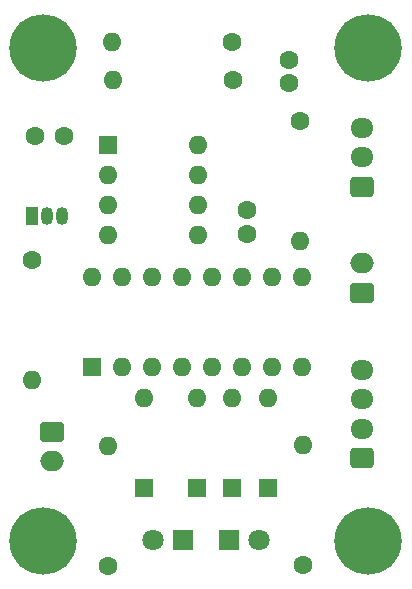
<source format=gbr>
%TF.GenerationSoftware,KiCad,Pcbnew,6.0.4-6f826c9f35~116~ubuntu20.04.1*%
%TF.CreationDate,2022-06-04T11:43:05+03:00*%
%TF.ProjectId,metronome,6d657472-6f6e-46f6-9d65-2e6b69636164,rev?*%
%TF.SameCoordinates,Original*%
%TF.FileFunction,Soldermask,Top*%
%TF.FilePolarity,Negative*%
%FSLAX46Y46*%
G04 Gerber Fmt 4.6, Leading zero omitted, Abs format (unit mm)*
G04 Created by KiCad (PCBNEW 6.0.4-6f826c9f35~116~ubuntu20.04.1) date 2022-06-04 11:43:05*
%MOMM*%
%LPD*%
G01*
G04 APERTURE LIST*
G04 Aperture macros list*
%AMRoundRect*
0 Rectangle with rounded corners*
0 $1 Rounding radius*
0 $2 $3 $4 $5 $6 $7 $8 $9 X,Y pos of 4 corners*
0 Add a 4 corners polygon primitive as box body*
4,1,4,$2,$3,$4,$5,$6,$7,$8,$9,$2,$3,0*
0 Add four circle primitives for the rounded corners*
1,1,$1+$1,$2,$3*
1,1,$1+$1,$4,$5*
1,1,$1+$1,$6,$7*
1,1,$1+$1,$8,$9*
0 Add four rect primitives between the rounded corners*
20,1,$1+$1,$2,$3,$4,$5,0*
20,1,$1+$1,$4,$5,$6,$7,0*
20,1,$1+$1,$6,$7,$8,$9,0*
20,1,$1+$1,$8,$9,$2,$3,0*%
G04 Aperture macros list end*
%ADD10C,1.600000*%
%ADD11O,1.600000X1.600000*%
%ADD12RoundRect,0.250000X0.750000X-0.600000X0.750000X0.600000X-0.750000X0.600000X-0.750000X-0.600000X0*%
%ADD13O,2.000000X1.700000*%
%ADD14RoundRect,0.250000X-0.750000X0.600000X-0.750000X-0.600000X0.750000X-0.600000X0.750000X0.600000X0*%
%ADD15C,5.700000*%
%ADD16R,1.600000X1.600000*%
%ADD17RoundRect,0.250000X0.725000X-0.600000X0.725000X0.600000X-0.725000X0.600000X-0.725000X-0.600000X0*%
%ADD18O,1.950000X1.700000*%
%ADD19R,1.050000X1.500000*%
%ADD20O,1.050000X1.500000*%
%ADD21R,1.800000X1.800000*%
%ADD22C,1.800000*%
G04 APERTURE END LIST*
D10*
%TO.C,R3*%
X132080000Y-71000000D03*
D11*
X121920000Y-71000000D03*
%TD*%
D12*
%TO.C,J1*%
X143000000Y-89000000D03*
D13*
X143000000Y-86500000D03*
%TD*%
D10*
%TO.C,R1*%
X137750000Y-74420000D03*
D11*
X137750000Y-84580000D03*
%TD*%
D14*
%TO.C,J2*%
X116750000Y-100750000D03*
D13*
X116750000Y-103250000D03*
%TD*%
D10*
%TO.C,R10*%
X121500000Y-112080000D03*
D11*
X121500000Y-101920000D03*
%TD*%
D15*
%TO.C,H2*%
X116000000Y-110000000D03*
%TD*%
D10*
%TO.C,C2*%
X136750000Y-69250000D03*
X136750000Y-71250000D03*
%TD*%
%TO.C,C3*%
X133250000Y-82000000D03*
X133250000Y-84000000D03*
%TD*%
%TO.C,C4*%
X117750000Y-75750000D03*
X115250000Y-75750000D03*
%TD*%
D15*
%TO.C,H3*%
X143500000Y-68250000D03*
%TD*%
D16*
%TO.C,D5*%
X129000000Y-105500000D03*
D11*
X129000000Y-97880000D03*
%TD*%
D15*
%TO.C,H4*%
X116000000Y-68250000D03*
%TD*%
%TO.C,H1*%
X143500000Y-110000000D03*
%TD*%
D16*
%TO.C,D3*%
X135000000Y-105500000D03*
D11*
X135000000Y-97880000D03*
%TD*%
D17*
%TO.C,RV2*%
X143000000Y-80000000D03*
D18*
X143000000Y-77500000D03*
X143000000Y-75000000D03*
%TD*%
D19*
%TO.C,Q1*%
X115000000Y-82500000D03*
D20*
X116270000Y-82500000D03*
X117540000Y-82500000D03*
%TD*%
D21*
%TO.C,D7*%
X127775000Y-109920000D03*
D22*
X125235000Y-109920000D03*
%TD*%
D17*
%TO.C,SW1*%
X143000000Y-103000000D03*
D18*
X143000000Y-100500000D03*
X143000000Y-98000000D03*
X143000000Y-95500000D03*
%TD*%
D16*
%TO.C,U2*%
X120125000Y-95300000D03*
D11*
X122665000Y-95300000D03*
X125205000Y-95300000D03*
X127745000Y-95300000D03*
X130285000Y-95300000D03*
X132825000Y-95300000D03*
X135365000Y-95300000D03*
X137905000Y-95300000D03*
X137905000Y-87680000D03*
X135365000Y-87680000D03*
X132825000Y-87680000D03*
X130285000Y-87680000D03*
X127745000Y-87680000D03*
X125205000Y-87680000D03*
X122665000Y-87680000D03*
X120125000Y-87680000D03*
%TD*%
D16*
%TO.C,D4*%
X132000000Y-105500000D03*
D11*
X132000000Y-97880000D03*
%TD*%
D10*
%TO.C,R9*%
X138000000Y-112000000D03*
D11*
X138000000Y-101840000D03*
%TD*%
D16*
%TO.C,U1*%
X121450000Y-76450000D03*
D11*
X121450000Y-78990000D03*
X121450000Y-81530000D03*
X121450000Y-84070000D03*
X129070000Y-84070000D03*
X129070000Y-81530000D03*
X129070000Y-78990000D03*
X129070000Y-76450000D03*
%TD*%
D10*
%TO.C,R2*%
X132000000Y-67750000D03*
D11*
X121840000Y-67750000D03*
%TD*%
D16*
%TO.C,D6*%
X124500000Y-105500000D03*
D11*
X124500000Y-97880000D03*
%TD*%
D21*
%TO.C,D2*%
X131725000Y-109920000D03*
D22*
X134265000Y-109920000D03*
%TD*%
D10*
%TO.C,R4*%
X115000000Y-86170000D03*
D11*
X115000000Y-96330000D03*
%TD*%
M02*

</source>
